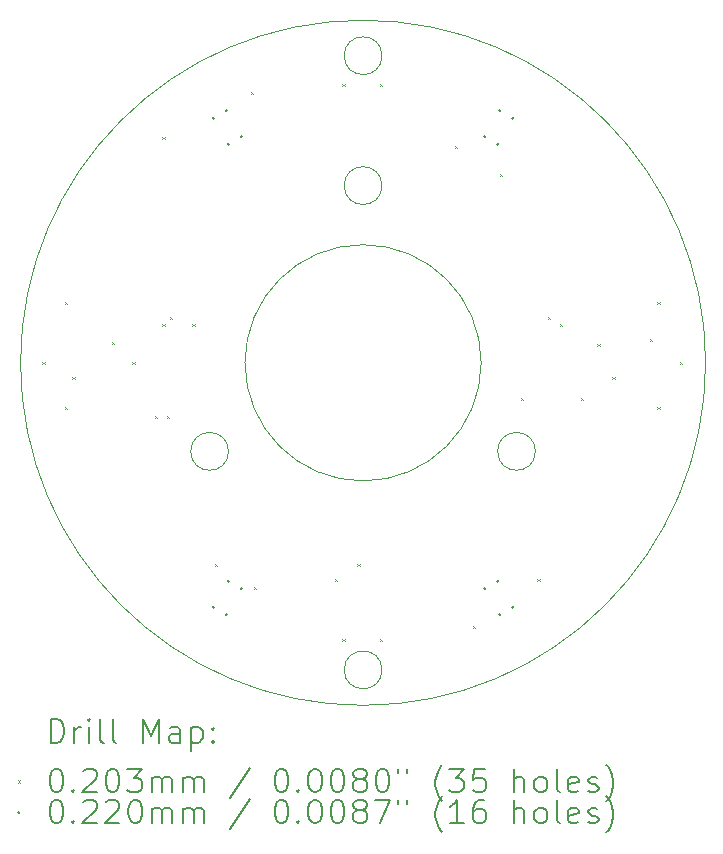
<source format=gbr>
%TF.GenerationSoftware,KiCad,Pcbnew,7.0.5*%
%TF.CreationDate,2023-06-22T13:55:48-04:00*%
%TF.ProjectId,ESP32Sensor-LED_board,45535033-3253-4656-9e73-6f722d4c4544,rev?*%
%TF.SameCoordinates,Original*%
%TF.FileFunction,Drillmap*%
%TF.FilePolarity,Positive*%
%FSLAX45Y45*%
G04 Gerber Fmt 4.5, Leading zero omitted, Abs format (unit mm)*
G04 Created by KiCad (PCBNEW 7.0.5) date 2023-06-22 13:55:48*
%MOMM*%
%LPD*%
G01*
G04 APERTURE LIST*
%ADD10C,0.100000*%
%ADD11C,0.200000*%
%ADD12C,0.020320*%
%ADD13C,0.022030*%
G04 APERTURE END LIST*
D10*
X1000000Y0D02*
G75*
G03*
X1000000Y0I-1000000J0D01*
G01*
X1459038Y-750000D02*
G75*
G03*
X1459038Y-750000I-160000J0D01*
G01*
X160000Y-2600000D02*
G75*
G03*
X160000Y-2600000I-160000J0D01*
G01*
X-1139038Y-750000D02*
G75*
G03*
X-1139038Y-750000I-160000J0D01*
G01*
X160000Y1500000D02*
G75*
G03*
X160000Y1500000I-160000J0D01*
G01*
X2900000Y0D02*
G75*
G03*
X2900000Y0I-2900000J0D01*
G01*
X160000Y2600000D02*
G75*
G03*
X160000Y2600000I-160000J0D01*
G01*
D11*
D12*
X-2715260Y10160D02*
X-2694940Y-10160D01*
X-2694940Y10160D02*
X-2715260Y-10160D01*
X-2524760Y518160D02*
X-2504440Y497840D01*
X-2504440Y518160D02*
X-2524760Y497840D01*
X-2524760Y-370840D02*
X-2504440Y-391160D01*
X-2504440Y-370840D02*
X-2524760Y-391160D01*
X-2461260Y-116840D02*
X-2440940Y-137160D01*
X-2440940Y-116840D02*
X-2461260Y-137160D01*
X-2125024Y178243D02*
X-2104704Y157923D01*
X-2104704Y178243D02*
X-2125024Y157923D01*
X-1953260Y10160D02*
X-1932940Y-10160D01*
X-1932940Y10160D02*
X-1953260Y-10160D01*
X-1762760Y-447040D02*
X-1742440Y-467360D01*
X-1742440Y-447040D02*
X-1762760Y-467360D01*
X-1699260Y1915160D02*
X-1678940Y1894840D01*
X-1678940Y1915160D02*
X-1699260Y1894840D01*
X-1699260Y327660D02*
X-1678940Y307340D01*
X-1678940Y327660D02*
X-1699260Y307340D01*
X-1661160Y-447040D02*
X-1640840Y-467360D01*
X-1640840Y-447040D02*
X-1661160Y-467360D01*
X-1635760Y391160D02*
X-1615440Y370840D01*
X-1615440Y391160D02*
X-1635760Y370840D01*
X-1445260Y327660D02*
X-1424940Y307340D01*
X-1424940Y327660D02*
X-1445260Y307340D01*
X-1254760Y-1704340D02*
X-1234440Y-1724660D01*
X-1234440Y-1704340D02*
X-1254760Y-1724660D01*
X-949960Y2296160D02*
X-929640Y2275840D01*
X-929640Y2296160D02*
X-949960Y2275840D01*
X-924560Y-1894840D02*
X-904240Y-1915160D01*
X-904240Y-1894840D02*
X-924560Y-1915160D01*
X-238760Y-1831340D02*
X-218440Y-1851660D01*
X-218440Y-1831340D02*
X-238760Y-1851660D01*
X-175260Y2359660D02*
X-154940Y2339340D01*
X-154940Y2359660D02*
X-175260Y2339340D01*
X-175260Y-2339340D02*
X-154940Y-2359660D01*
X-154940Y-2339340D02*
X-175260Y-2359660D01*
X-48260Y-1704340D02*
X-27940Y-1724660D01*
X-27940Y-1704340D02*
X-48260Y-1724660D01*
X142240Y2359660D02*
X162560Y2339340D01*
X162560Y2359660D02*
X142240Y2339340D01*
X142240Y-2339340D02*
X162560Y-2359660D01*
X162560Y-2339340D02*
X142240Y-2359660D01*
X777240Y1838960D02*
X797560Y1818640D01*
X797560Y1838960D02*
X777240Y1818640D01*
X929640Y-2225040D02*
X949960Y-2245360D01*
X949960Y-2225040D02*
X929640Y-2245360D01*
X1158240Y1597660D02*
X1178560Y1577340D01*
X1178560Y1597660D02*
X1158240Y1577340D01*
X1336040Y-294640D02*
X1356360Y-314960D01*
X1356360Y-294640D02*
X1336040Y-314960D01*
X1475740Y-1831340D02*
X1496060Y-1851660D01*
X1496060Y-1831340D02*
X1475740Y-1851660D01*
X1564640Y391160D02*
X1584960Y370840D01*
X1584960Y391160D02*
X1564640Y370840D01*
X1666240Y327660D02*
X1686560Y307340D01*
X1686560Y327660D02*
X1666240Y307340D01*
X1844040Y-294640D02*
X1864360Y-314960D01*
X1864360Y-294640D02*
X1844040Y-314960D01*
X1983740Y162560D02*
X2004060Y142240D01*
X2004060Y162560D02*
X1983740Y142240D01*
X2110740Y-116840D02*
X2131060Y-137160D01*
X2131060Y-116840D02*
X2110740Y-137160D01*
X2428240Y200660D02*
X2448560Y180340D01*
X2448560Y200660D02*
X2428240Y180340D01*
X2491740Y518160D02*
X2512060Y497840D01*
X2512060Y518160D02*
X2491740Y497840D01*
X2491740Y-370840D02*
X2512060Y-391160D01*
X2512060Y-370840D02*
X2491740Y-391160D01*
X2682240Y10160D02*
X2702560Y-10160D01*
X2702560Y10160D02*
X2682240Y-10160D01*
D13*
X-1257478Y2070095D02*
G75*
G03*
X-1257478Y2070095I-11015J0D01*
G01*
X-1257478Y-2070095D02*
G75*
G03*
X-1257478Y-2070095I-11015J0D01*
G01*
X-1147492Y2133595D02*
G75*
G03*
X-1147492Y2133595I-11015J0D01*
G01*
X-1147492Y-2133595D02*
G75*
G03*
X-1147492Y-2133595I-11015J0D01*
G01*
X-1130478Y1850125D02*
G75*
G03*
X-1130478Y1850125I-11015J0D01*
G01*
X-1130478Y-1850125D02*
G75*
G03*
X-1130478Y-1850125I-11015J0D01*
G01*
X-1020492Y1913625D02*
G75*
G03*
X-1020492Y1913625I-11015J0D01*
G01*
X-1020492Y-1913625D02*
G75*
G03*
X-1020492Y-1913625I-11015J0D01*
G01*
X1042522Y1913625D02*
G75*
G03*
X1042522Y1913625I-11015J0D01*
G01*
X1042522Y-1913625D02*
G75*
G03*
X1042522Y-1913625I-11015J0D01*
G01*
X1152508Y1850125D02*
G75*
G03*
X1152508Y1850125I-11015J0D01*
G01*
X1152508Y-1850125D02*
G75*
G03*
X1152508Y-1850125I-11015J0D01*
G01*
X1169522Y2133595D02*
G75*
G03*
X1169522Y2133595I-11015J0D01*
G01*
X1169522Y-2133595D02*
G75*
G03*
X1169522Y-2133595I-11015J0D01*
G01*
X1279508Y2070095D02*
G75*
G03*
X1279508Y2070095I-11015J0D01*
G01*
X1279508Y-2070095D02*
G75*
G03*
X1279508Y-2070095I-11015J0D01*
G01*
D11*
X-2644223Y-3216484D02*
X-2644223Y-3016484D01*
X-2644223Y-3016484D02*
X-2596604Y-3016484D01*
X-2596604Y-3016484D02*
X-2568033Y-3026008D01*
X-2568033Y-3026008D02*
X-2548985Y-3045055D01*
X-2548985Y-3045055D02*
X-2539461Y-3064103D01*
X-2539461Y-3064103D02*
X-2529937Y-3102198D01*
X-2529937Y-3102198D02*
X-2529937Y-3130769D01*
X-2529937Y-3130769D02*
X-2539461Y-3168865D01*
X-2539461Y-3168865D02*
X-2548985Y-3187912D01*
X-2548985Y-3187912D02*
X-2568033Y-3206960D01*
X-2568033Y-3206960D02*
X-2596604Y-3216484D01*
X-2596604Y-3216484D02*
X-2644223Y-3216484D01*
X-2444223Y-3216484D02*
X-2444223Y-3083150D01*
X-2444223Y-3121246D02*
X-2434699Y-3102198D01*
X-2434699Y-3102198D02*
X-2425176Y-3092674D01*
X-2425176Y-3092674D02*
X-2406128Y-3083150D01*
X-2406128Y-3083150D02*
X-2387080Y-3083150D01*
X-2320414Y-3216484D02*
X-2320414Y-3083150D01*
X-2320414Y-3016484D02*
X-2329937Y-3026008D01*
X-2329937Y-3026008D02*
X-2320414Y-3035531D01*
X-2320414Y-3035531D02*
X-2310890Y-3026008D01*
X-2310890Y-3026008D02*
X-2320414Y-3016484D01*
X-2320414Y-3016484D02*
X-2320414Y-3035531D01*
X-2196604Y-3216484D02*
X-2215652Y-3206960D01*
X-2215652Y-3206960D02*
X-2225176Y-3187912D01*
X-2225176Y-3187912D02*
X-2225176Y-3016484D01*
X-2091842Y-3216484D02*
X-2110890Y-3206960D01*
X-2110890Y-3206960D02*
X-2120414Y-3187912D01*
X-2120414Y-3187912D02*
X-2120414Y-3016484D01*
X-1863271Y-3216484D02*
X-1863271Y-3016484D01*
X-1863271Y-3016484D02*
X-1796604Y-3159341D01*
X-1796604Y-3159341D02*
X-1729937Y-3016484D01*
X-1729937Y-3016484D02*
X-1729937Y-3216484D01*
X-1548985Y-3216484D02*
X-1548985Y-3111722D01*
X-1548985Y-3111722D02*
X-1558509Y-3092674D01*
X-1558509Y-3092674D02*
X-1577556Y-3083150D01*
X-1577556Y-3083150D02*
X-1615652Y-3083150D01*
X-1615652Y-3083150D02*
X-1634699Y-3092674D01*
X-1548985Y-3206960D02*
X-1568033Y-3216484D01*
X-1568033Y-3216484D02*
X-1615652Y-3216484D01*
X-1615652Y-3216484D02*
X-1634699Y-3206960D01*
X-1634699Y-3206960D02*
X-1644223Y-3187912D01*
X-1644223Y-3187912D02*
X-1644223Y-3168865D01*
X-1644223Y-3168865D02*
X-1634699Y-3149817D01*
X-1634699Y-3149817D02*
X-1615652Y-3140293D01*
X-1615652Y-3140293D02*
X-1568033Y-3140293D01*
X-1568033Y-3140293D02*
X-1548985Y-3130769D01*
X-1453747Y-3083150D02*
X-1453747Y-3283150D01*
X-1453747Y-3092674D02*
X-1434699Y-3083150D01*
X-1434699Y-3083150D02*
X-1396604Y-3083150D01*
X-1396604Y-3083150D02*
X-1377556Y-3092674D01*
X-1377556Y-3092674D02*
X-1368033Y-3102198D01*
X-1368033Y-3102198D02*
X-1358509Y-3121246D01*
X-1358509Y-3121246D02*
X-1358509Y-3178388D01*
X-1358509Y-3178388D02*
X-1368033Y-3197436D01*
X-1368033Y-3197436D02*
X-1377556Y-3206960D01*
X-1377556Y-3206960D02*
X-1396604Y-3216484D01*
X-1396604Y-3216484D02*
X-1434699Y-3216484D01*
X-1434699Y-3216484D02*
X-1453747Y-3206960D01*
X-1272795Y-3197436D02*
X-1263271Y-3206960D01*
X-1263271Y-3206960D02*
X-1272795Y-3216484D01*
X-1272795Y-3216484D02*
X-1282318Y-3206960D01*
X-1282318Y-3206960D02*
X-1272795Y-3197436D01*
X-1272795Y-3197436D02*
X-1272795Y-3216484D01*
X-1272795Y-3092674D02*
X-1263271Y-3102198D01*
X-1263271Y-3102198D02*
X-1272795Y-3111722D01*
X-1272795Y-3111722D02*
X-1282318Y-3102198D01*
X-1282318Y-3102198D02*
X-1272795Y-3092674D01*
X-1272795Y-3092674D02*
X-1272795Y-3111722D01*
D12*
X-2925320Y-3534840D02*
X-2905000Y-3555160D01*
X-2905000Y-3534840D02*
X-2925320Y-3555160D01*
D11*
X-2606128Y-3436484D02*
X-2587080Y-3436484D01*
X-2587080Y-3436484D02*
X-2568033Y-3446008D01*
X-2568033Y-3446008D02*
X-2558509Y-3455531D01*
X-2558509Y-3455531D02*
X-2548985Y-3474579D01*
X-2548985Y-3474579D02*
X-2539461Y-3512674D01*
X-2539461Y-3512674D02*
X-2539461Y-3560293D01*
X-2539461Y-3560293D02*
X-2548985Y-3598388D01*
X-2548985Y-3598388D02*
X-2558509Y-3617436D01*
X-2558509Y-3617436D02*
X-2568033Y-3626960D01*
X-2568033Y-3626960D02*
X-2587080Y-3636484D01*
X-2587080Y-3636484D02*
X-2606128Y-3636484D01*
X-2606128Y-3636484D02*
X-2625176Y-3626960D01*
X-2625176Y-3626960D02*
X-2634699Y-3617436D01*
X-2634699Y-3617436D02*
X-2644223Y-3598388D01*
X-2644223Y-3598388D02*
X-2653747Y-3560293D01*
X-2653747Y-3560293D02*
X-2653747Y-3512674D01*
X-2653747Y-3512674D02*
X-2644223Y-3474579D01*
X-2644223Y-3474579D02*
X-2634699Y-3455531D01*
X-2634699Y-3455531D02*
X-2625176Y-3446008D01*
X-2625176Y-3446008D02*
X-2606128Y-3436484D01*
X-2453747Y-3617436D02*
X-2444223Y-3626960D01*
X-2444223Y-3626960D02*
X-2453747Y-3636484D01*
X-2453747Y-3636484D02*
X-2463271Y-3626960D01*
X-2463271Y-3626960D02*
X-2453747Y-3617436D01*
X-2453747Y-3617436D02*
X-2453747Y-3636484D01*
X-2368033Y-3455531D02*
X-2358509Y-3446008D01*
X-2358509Y-3446008D02*
X-2339461Y-3436484D01*
X-2339461Y-3436484D02*
X-2291842Y-3436484D01*
X-2291842Y-3436484D02*
X-2272795Y-3446008D01*
X-2272795Y-3446008D02*
X-2263271Y-3455531D01*
X-2263271Y-3455531D02*
X-2253747Y-3474579D01*
X-2253747Y-3474579D02*
X-2253747Y-3493627D01*
X-2253747Y-3493627D02*
X-2263271Y-3522198D01*
X-2263271Y-3522198D02*
X-2377556Y-3636484D01*
X-2377556Y-3636484D02*
X-2253747Y-3636484D01*
X-2129937Y-3436484D02*
X-2110890Y-3436484D01*
X-2110890Y-3436484D02*
X-2091842Y-3446008D01*
X-2091842Y-3446008D02*
X-2082318Y-3455531D01*
X-2082318Y-3455531D02*
X-2072794Y-3474579D01*
X-2072794Y-3474579D02*
X-2063271Y-3512674D01*
X-2063271Y-3512674D02*
X-2063271Y-3560293D01*
X-2063271Y-3560293D02*
X-2072794Y-3598388D01*
X-2072794Y-3598388D02*
X-2082318Y-3617436D01*
X-2082318Y-3617436D02*
X-2091842Y-3626960D01*
X-2091842Y-3626960D02*
X-2110890Y-3636484D01*
X-2110890Y-3636484D02*
X-2129937Y-3636484D01*
X-2129937Y-3636484D02*
X-2148985Y-3626960D01*
X-2148985Y-3626960D02*
X-2158509Y-3617436D01*
X-2158509Y-3617436D02*
X-2168033Y-3598388D01*
X-2168033Y-3598388D02*
X-2177556Y-3560293D01*
X-2177556Y-3560293D02*
X-2177556Y-3512674D01*
X-2177556Y-3512674D02*
X-2168033Y-3474579D01*
X-2168033Y-3474579D02*
X-2158509Y-3455531D01*
X-2158509Y-3455531D02*
X-2148985Y-3446008D01*
X-2148985Y-3446008D02*
X-2129937Y-3436484D01*
X-1996604Y-3436484D02*
X-1872794Y-3436484D01*
X-1872794Y-3436484D02*
X-1939461Y-3512674D01*
X-1939461Y-3512674D02*
X-1910890Y-3512674D01*
X-1910890Y-3512674D02*
X-1891842Y-3522198D01*
X-1891842Y-3522198D02*
X-1882318Y-3531722D01*
X-1882318Y-3531722D02*
X-1872794Y-3550769D01*
X-1872794Y-3550769D02*
X-1872794Y-3598388D01*
X-1872794Y-3598388D02*
X-1882318Y-3617436D01*
X-1882318Y-3617436D02*
X-1891842Y-3626960D01*
X-1891842Y-3626960D02*
X-1910890Y-3636484D01*
X-1910890Y-3636484D02*
X-1968033Y-3636484D01*
X-1968033Y-3636484D02*
X-1987080Y-3626960D01*
X-1987080Y-3626960D02*
X-1996604Y-3617436D01*
X-1787080Y-3636484D02*
X-1787080Y-3503150D01*
X-1787080Y-3522198D02*
X-1777556Y-3512674D01*
X-1777556Y-3512674D02*
X-1758509Y-3503150D01*
X-1758509Y-3503150D02*
X-1729937Y-3503150D01*
X-1729937Y-3503150D02*
X-1710890Y-3512674D01*
X-1710890Y-3512674D02*
X-1701366Y-3531722D01*
X-1701366Y-3531722D02*
X-1701366Y-3636484D01*
X-1701366Y-3531722D02*
X-1691842Y-3512674D01*
X-1691842Y-3512674D02*
X-1672794Y-3503150D01*
X-1672794Y-3503150D02*
X-1644223Y-3503150D01*
X-1644223Y-3503150D02*
X-1625175Y-3512674D01*
X-1625175Y-3512674D02*
X-1615652Y-3531722D01*
X-1615652Y-3531722D02*
X-1615652Y-3636484D01*
X-1520413Y-3636484D02*
X-1520413Y-3503150D01*
X-1520413Y-3522198D02*
X-1510890Y-3512674D01*
X-1510890Y-3512674D02*
X-1491842Y-3503150D01*
X-1491842Y-3503150D02*
X-1463271Y-3503150D01*
X-1463271Y-3503150D02*
X-1444223Y-3512674D01*
X-1444223Y-3512674D02*
X-1434699Y-3531722D01*
X-1434699Y-3531722D02*
X-1434699Y-3636484D01*
X-1434699Y-3531722D02*
X-1425175Y-3512674D01*
X-1425175Y-3512674D02*
X-1406128Y-3503150D01*
X-1406128Y-3503150D02*
X-1377556Y-3503150D01*
X-1377556Y-3503150D02*
X-1358509Y-3512674D01*
X-1358509Y-3512674D02*
X-1348985Y-3531722D01*
X-1348985Y-3531722D02*
X-1348985Y-3636484D01*
X-958509Y-3426960D02*
X-1129937Y-3684103D01*
X-701366Y-3436484D02*
X-682318Y-3436484D01*
X-682318Y-3436484D02*
X-663271Y-3446008D01*
X-663271Y-3446008D02*
X-653747Y-3455531D01*
X-653747Y-3455531D02*
X-644223Y-3474579D01*
X-644223Y-3474579D02*
X-634699Y-3512674D01*
X-634699Y-3512674D02*
X-634699Y-3560293D01*
X-634699Y-3560293D02*
X-644223Y-3598388D01*
X-644223Y-3598388D02*
X-653747Y-3617436D01*
X-653747Y-3617436D02*
X-663271Y-3626960D01*
X-663271Y-3626960D02*
X-682318Y-3636484D01*
X-682318Y-3636484D02*
X-701366Y-3636484D01*
X-701366Y-3636484D02*
X-720413Y-3626960D01*
X-720413Y-3626960D02*
X-729937Y-3617436D01*
X-729937Y-3617436D02*
X-739461Y-3598388D01*
X-739461Y-3598388D02*
X-748985Y-3560293D01*
X-748985Y-3560293D02*
X-748985Y-3512674D01*
X-748985Y-3512674D02*
X-739461Y-3474579D01*
X-739461Y-3474579D02*
X-729937Y-3455531D01*
X-729937Y-3455531D02*
X-720413Y-3446008D01*
X-720413Y-3446008D02*
X-701366Y-3436484D01*
X-548985Y-3617436D02*
X-539461Y-3626960D01*
X-539461Y-3626960D02*
X-548985Y-3636484D01*
X-548985Y-3636484D02*
X-558509Y-3626960D01*
X-558509Y-3626960D02*
X-548985Y-3617436D01*
X-548985Y-3617436D02*
X-548985Y-3636484D01*
X-415651Y-3436484D02*
X-396604Y-3436484D01*
X-396604Y-3436484D02*
X-377556Y-3446008D01*
X-377556Y-3446008D02*
X-368032Y-3455531D01*
X-368032Y-3455531D02*
X-358509Y-3474579D01*
X-358509Y-3474579D02*
X-348985Y-3512674D01*
X-348985Y-3512674D02*
X-348985Y-3560293D01*
X-348985Y-3560293D02*
X-358509Y-3598388D01*
X-358509Y-3598388D02*
X-368032Y-3617436D01*
X-368032Y-3617436D02*
X-377556Y-3626960D01*
X-377556Y-3626960D02*
X-396604Y-3636484D01*
X-396604Y-3636484D02*
X-415651Y-3636484D01*
X-415651Y-3636484D02*
X-434699Y-3626960D01*
X-434699Y-3626960D02*
X-444223Y-3617436D01*
X-444223Y-3617436D02*
X-453747Y-3598388D01*
X-453747Y-3598388D02*
X-463270Y-3560293D01*
X-463270Y-3560293D02*
X-463270Y-3512674D01*
X-463270Y-3512674D02*
X-453747Y-3474579D01*
X-453747Y-3474579D02*
X-444223Y-3455531D01*
X-444223Y-3455531D02*
X-434699Y-3446008D01*
X-434699Y-3446008D02*
X-415651Y-3436484D01*
X-225175Y-3436484D02*
X-206128Y-3436484D01*
X-206128Y-3436484D02*
X-187080Y-3446008D01*
X-187080Y-3446008D02*
X-177556Y-3455531D01*
X-177556Y-3455531D02*
X-168032Y-3474579D01*
X-168032Y-3474579D02*
X-158509Y-3512674D01*
X-158509Y-3512674D02*
X-158509Y-3560293D01*
X-158509Y-3560293D02*
X-168032Y-3598388D01*
X-168032Y-3598388D02*
X-177556Y-3617436D01*
X-177556Y-3617436D02*
X-187080Y-3626960D01*
X-187080Y-3626960D02*
X-206128Y-3636484D01*
X-206128Y-3636484D02*
X-225175Y-3636484D01*
X-225175Y-3636484D02*
X-244223Y-3626960D01*
X-244223Y-3626960D02*
X-253747Y-3617436D01*
X-253747Y-3617436D02*
X-263271Y-3598388D01*
X-263271Y-3598388D02*
X-272794Y-3560293D01*
X-272794Y-3560293D02*
X-272794Y-3512674D01*
X-272794Y-3512674D02*
X-263271Y-3474579D01*
X-263271Y-3474579D02*
X-253747Y-3455531D01*
X-253747Y-3455531D02*
X-244223Y-3446008D01*
X-244223Y-3446008D02*
X-225175Y-3436484D01*
X-44223Y-3522198D02*
X-63270Y-3512674D01*
X-63270Y-3512674D02*
X-72794Y-3503150D01*
X-72794Y-3503150D02*
X-82318Y-3484103D01*
X-82318Y-3484103D02*
X-82318Y-3474579D01*
X-82318Y-3474579D02*
X-72794Y-3455531D01*
X-72794Y-3455531D02*
X-63270Y-3446008D01*
X-63270Y-3446008D02*
X-44223Y-3436484D01*
X-44223Y-3436484D02*
X-6128Y-3436484D01*
X-6128Y-3436484D02*
X12920Y-3446008D01*
X12920Y-3446008D02*
X22444Y-3455531D01*
X22444Y-3455531D02*
X31967Y-3474579D01*
X31967Y-3474579D02*
X31967Y-3484103D01*
X31967Y-3484103D02*
X22444Y-3503150D01*
X22444Y-3503150D02*
X12920Y-3512674D01*
X12920Y-3512674D02*
X-6128Y-3522198D01*
X-6128Y-3522198D02*
X-44223Y-3522198D01*
X-44223Y-3522198D02*
X-63270Y-3531722D01*
X-63270Y-3531722D02*
X-72794Y-3541246D01*
X-72794Y-3541246D02*
X-82318Y-3560293D01*
X-82318Y-3560293D02*
X-82318Y-3598388D01*
X-82318Y-3598388D02*
X-72794Y-3617436D01*
X-72794Y-3617436D02*
X-63270Y-3626960D01*
X-63270Y-3626960D02*
X-44223Y-3636484D01*
X-44223Y-3636484D02*
X-6128Y-3636484D01*
X-6128Y-3636484D02*
X12920Y-3626960D01*
X12920Y-3626960D02*
X22444Y-3617436D01*
X22444Y-3617436D02*
X31967Y-3598388D01*
X31967Y-3598388D02*
X31967Y-3560293D01*
X31967Y-3560293D02*
X22444Y-3541246D01*
X22444Y-3541246D02*
X12920Y-3531722D01*
X12920Y-3531722D02*
X-6128Y-3522198D01*
X155777Y-3436484D02*
X174825Y-3436484D01*
X174825Y-3436484D02*
X193872Y-3446008D01*
X193872Y-3446008D02*
X203396Y-3455531D01*
X203396Y-3455531D02*
X212920Y-3474579D01*
X212920Y-3474579D02*
X222444Y-3512674D01*
X222444Y-3512674D02*
X222444Y-3560293D01*
X222444Y-3560293D02*
X212920Y-3598388D01*
X212920Y-3598388D02*
X203396Y-3617436D01*
X203396Y-3617436D02*
X193872Y-3626960D01*
X193872Y-3626960D02*
X174825Y-3636484D01*
X174825Y-3636484D02*
X155777Y-3636484D01*
X155777Y-3636484D02*
X136729Y-3626960D01*
X136729Y-3626960D02*
X127206Y-3617436D01*
X127206Y-3617436D02*
X117682Y-3598388D01*
X117682Y-3598388D02*
X108158Y-3560293D01*
X108158Y-3560293D02*
X108158Y-3512674D01*
X108158Y-3512674D02*
X117682Y-3474579D01*
X117682Y-3474579D02*
X127206Y-3455531D01*
X127206Y-3455531D02*
X136729Y-3446008D01*
X136729Y-3446008D02*
X155777Y-3436484D01*
X298634Y-3436484D02*
X298634Y-3474579D01*
X374825Y-3436484D02*
X374825Y-3474579D01*
X670063Y-3712674D02*
X660539Y-3703150D01*
X660539Y-3703150D02*
X641491Y-3674579D01*
X641491Y-3674579D02*
X631968Y-3655531D01*
X631968Y-3655531D02*
X622444Y-3626960D01*
X622444Y-3626960D02*
X612920Y-3579341D01*
X612920Y-3579341D02*
X612920Y-3541246D01*
X612920Y-3541246D02*
X622444Y-3493627D01*
X622444Y-3493627D02*
X631968Y-3465055D01*
X631968Y-3465055D02*
X641491Y-3446008D01*
X641491Y-3446008D02*
X660539Y-3417436D01*
X660539Y-3417436D02*
X670063Y-3407912D01*
X727206Y-3436484D02*
X851015Y-3436484D01*
X851015Y-3436484D02*
X784348Y-3512674D01*
X784348Y-3512674D02*
X812920Y-3512674D01*
X812920Y-3512674D02*
X831968Y-3522198D01*
X831968Y-3522198D02*
X841491Y-3531722D01*
X841491Y-3531722D02*
X851015Y-3550769D01*
X851015Y-3550769D02*
X851015Y-3598388D01*
X851015Y-3598388D02*
X841491Y-3617436D01*
X841491Y-3617436D02*
X831968Y-3626960D01*
X831968Y-3626960D02*
X812920Y-3636484D01*
X812920Y-3636484D02*
X755777Y-3636484D01*
X755777Y-3636484D02*
X736729Y-3626960D01*
X736729Y-3626960D02*
X727206Y-3617436D01*
X1031968Y-3436484D02*
X936729Y-3436484D01*
X936729Y-3436484D02*
X927206Y-3531722D01*
X927206Y-3531722D02*
X936729Y-3522198D01*
X936729Y-3522198D02*
X955777Y-3512674D01*
X955777Y-3512674D02*
X1003396Y-3512674D01*
X1003396Y-3512674D02*
X1022444Y-3522198D01*
X1022444Y-3522198D02*
X1031968Y-3531722D01*
X1031968Y-3531722D02*
X1041491Y-3550769D01*
X1041491Y-3550769D02*
X1041491Y-3598388D01*
X1041491Y-3598388D02*
X1031968Y-3617436D01*
X1031968Y-3617436D02*
X1022444Y-3626960D01*
X1022444Y-3626960D02*
X1003396Y-3636484D01*
X1003396Y-3636484D02*
X955777Y-3636484D01*
X955777Y-3636484D02*
X936729Y-3626960D01*
X936729Y-3626960D02*
X927206Y-3617436D01*
X1279587Y-3636484D02*
X1279587Y-3436484D01*
X1365301Y-3636484D02*
X1365301Y-3531722D01*
X1365301Y-3531722D02*
X1355777Y-3512674D01*
X1355777Y-3512674D02*
X1336730Y-3503150D01*
X1336730Y-3503150D02*
X1308158Y-3503150D01*
X1308158Y-3503150D02*
X1289111Y-3512674D01*
X1289111Y-3512674D02*
X1279587Y-3522198D01*
X1489110Y-3636484D02*
X1470063Y-3626960D01*
X1470063Y-3626960D02*
X1460539Y-3617436D01*
X1460539Y-3617436D02*
X1451015Y-3598388D01*
X1451015Y-3598388D02*
X1451015Y-3541246D01*
X1451015Y-3541246D02*
X1460539Y-3522198D01*
X1460539Y-3522198D02*
X1470063Y-3512674D01*
X1470063Y-3512674D02*
X1489110Y-3503150D01*
X1489110Y-3503150D02*
X1517682Y-3503150D01*
X1517682Y-3503150D02*
X1536730Y-3512674D01*
X1536730Y-3512674D02*
X1546253Y-3522198D01*
X1546253Y-3522198D02*
X1555777Y-3541246D01*
X1555777Y-3541246D02*
X1555777Y-3598388D01*
X1555777Y-3598388D02*
X1546253Y-3617436D01*
X1546253Y-3617436D02*
X1536730Y-3626960D01*
X1536730Y-3626960D02*
X1517682Y-3636484D01*
X1517682Y-3636484D02*
X1489110Y-3636484D01*
X1670063Y-3636484D02*
X1651015Y-3626960D01*
X1651015Y-3626960D02*
X1641491Y-3607912D01*
X1641491Y-3607912D02*
X1641491Y-3436484D01*
X1822444Y-3626960D02*
X1803396Y-3636484D01*
X1803396Y-3636484D02*
X1765301Y-3636484D01*
X1765301Y-3636484D02*
X1746253Y-3626960D01*
X1746253Y-3626960D02*
X1736730Y-3607912D01*
X1736730Y-3607912D02*
X1736730Y-3531722D01*
X1736730Y-3531722D02*
X1746253Y-3512674D01*
X1746253Y-3512674D02*
X1765301Y-3503150D01*
X1765301Y-3503150D02*
X1803396Y-3503150D01*
X1803396Y-3503150D02*
X1822444Y-3512674D01*
X1822444Y-3512674D02*
X1831968Y-3531722D01*
X1831968Y-3531722D02*
X1831968Y-3550769D01*
X1831968Y-3550769D02*
X1736730Y-3569817D01*
X1908158Y-3626960D02*
X1927206Y-3636484D01*
X1927206Y-3636484D02*
X1965301Y-3636484D01*
X1965301Y-3636484D02*
X1984349Y-3626960D01*
X1984349Y-3626960D02*
X1993872Y-3607912D01*
X1993872Y-3607912D02*
X1993872Y-3598388D01*
X1993872Y-3598388D02*
X1984349Y-3579341D01*
X1984349Y-3579341D02*
X1965301Y-3569817D01*
X1965301Y-3569817D02*
X1936730Y-3569817D01*
X1936730Y-3569817D02*
X1917682Y-3560293D01*
X1917682Y-3560293D02*
X1908158Y-3541246D01*
X1908158Y-3541246D02*
X1908158Y-3531722D01*
X1908158Y-3531722D02*
X1917682Y-3512674D01*
X1917682Y-3512674D02*
X1936730Y-3503150D01*
X1936730Y-3503150D02*
X1965301Y-3503150D01*
X1965301Y-3503150D02*
X1984349Y-3512674D01*
X2060539Y-3712674D02*
X2070063Y-3703150D01*
X2070063Y-3703150D02*
X2089111Y-3674579D01*
X2089111Y-3674579D02*
X2098634Y-3655531D01*
X2098634Y-3655531D02*
X2108158Y-3626960D01*
X2108158Y-3626960D02*
X2117682Y-3579341D01*
X2117682Y-3579341D02*
X2117682Y-3541246D01*
X2117682Y-3541246D02*
X2108158Y-3493627D01*
X2108158Y-3493627D02*
X2098634Y-3465055D01*
X2098634Y-3465055D02*
X2089111Y-3446008D01*
X2089111Y-3446008D02*
X2070063Y-3417436D01*
X2070063Y-3417436D02*
X2060539Y-3407912D01*
D13*
X-2905000Y-3809000D02*
G75*
G03*
X-2905000Y-3809000I-11015J0D01*
G01*
D11*
X-2606128Y-3700484D02*
X-2587080Y-3700484D01*
X-2587080Y-3700484D02*
X-2568033Y-3710008D01*
X-2568033Y-3710008D02*
X-2558509Y-3719531D01*
X-2558509Y-3719531D02*
X-2548985Y-3738579D01*
X-2548985Y-3738579D02*
X-2539461Y-3776674D01*
X-2539461Y-3776674D02*
X-2539461Y-3824293D01*
X-2539461Y-3824293D02*
X-2548985Y-3862388D01*
X-2548985Y-3862388D02*
X-2558509Y-3881436D01*
X-2558509Y-3881436D02*
X-2568033Y-3890960D01*
X-2568033Y-3890960D02*
X-2587080Y-3900484D01*
X-2587080Y-3900484D02*
X-2606128Y-3900484D01*
X-2606128Y-3900484D02*
X-2625176Y-3890960D01*
X-2625176Y-3890960D02*
X-2634699Y-3881436D01*
X-2634699Y-3881436D02*
X-2644223Y-3862388D01*
X-2644223Y-3862388D02*
X-2653747Y-3824293D01*
X-2653747Y-3824293D02*
X-2653747Y-3776674D01*
X-2653747Y-3776674D02*
X-2644223Y-3738579D01*
X-2644223Y-3738579D02*
X-2634699Y-3719531D01*
X-2634699Y-3719531D02*
X-2625176Y-3710008D01*
X-2625176Y-3710008D02*
X-2606128Y-3700484D01*
X-2453747Y-3881436D02*
X-2444223Y-3890960D01*
X-2444223Y-3890960D02*
X-2453747Y-3900484D01*
X-2453747Y-3900484D02*
X-2463271Y-3890960D01*
X-2463271Y-3890960D02*
X-2453747Y-3881436D01*
X-2453747Y-3881436D02*
X-2453747Y-3900484D01*
X-2368033Y-3719531D02*
X-2358509Y-3710008D01*
X-2358509Y-3710008D02*
X-2339461Y-3700484D01*
X-2339461Y-3700484D02*
X-2291842Y-3700484D01*
X-2291842Y-3700484D02*
X-2272795Y-3710008D01*
X-2272795Y-3710008D02*
X-2263271Y-3719531D01*
X-2263271Y-3719531D02*
X-2253747Y-3738579D01*
X-2253747Y-3738579D02*
X-2253747Y-3757627D01*
X-2253747Y-3757627D02*
X-2263271Y-3786198D01*
X-2263271Y-3786198D02*
X-2377556Y-3900484D01*
X-2377556Y-3900484D02*
X-2253747Y-3900484D01*
X-2177556Y-3719531D02*
X-2168033Y-3710008D01*
X-2168033Y-3710008D02*
X-2148985Y-3700484D01*
X-2148985Y-3700484D02*
X-2101366Y-3700484D01*
X-2101366Y-3700484D02*
X-2082318Y-3710008D01*
X-2082318Y-3710008D02*
X-2072794Y-3719531D01*
X-2072794Y-3719531D02*
X-2063271Y-3738579D01*
X-2063271Y-3738579D02*
X-2063271Y-3757627D01*
X-2063271Y-3757627D02*
X-2072794Y-3786198D01*
X-2072794Y-3786198D02*
X-2187080Y-3900484D01*
X-2187080Y-3900484D02*
X-2063271Y-3900484D01*
X-1939461Y-3700484D02*
X-1920413Y-3700484D01*
X-1920413Y-3700484D02*
X-1901366Y-3710008D01*
X-1901366Y-3710008D02*
X-1891842Y-3719531D01*
X-1891842Y-3719531D02*
X-1882318Y-3738579D01*
X-1882318Y-3738579D02*
X-1872794Y-3776674D01*
X-1872794Y-3776674D02*
X-1872794Y-3824293D01*
X-1872794Y-3824293D02*
X-1882318Y-3862388D01*
X-1882318Y-3862388D02*
X-1891842Y-3881436D01*
X-1891842Y-3881436D02*
X-1901366Y-3890960D01*
X-1901366Y-3890960D02*
X-1920413Y-3900484D01*
X-1920413Y-3900484D02*
X-1939461Y-3900484D01*
X-1939461Y-3900484D02*
X-1958509Y-3890960D01*
X-1958509Y-3890960D02*
X-1968033Y-3881436D01*
X-1968033Y-3881436D02*
X-1977556Y-3862388D01*
X-1977556Y-3862388D02*
X-1987080Y-3824293D01*
X-1987080Y-3824293D02*
X-1987080Y-3776674D01*
X-1987080Y-3776674D02*
X-1977556Y-3738579D01*
X-1977556Y-3738579D02*
X-1968033Y-3719531D01*
X-1968033Y-3719531D02*
X-1958509Y-3710008D01*
X-1958509Y-3710008D02*
X-1939461Y-3700484D01*
X-1787080Y-3900484D02*
X-1787080Y-3767150D01*
X-1787080Y-3786198D02*
X-1777556Y-3776674D01*
X-1777556Y-3776674D02*
X-1758509Y-3767150D01*
X-1758509Y-3767150D02*
X-1729937Y-3767150D01*
X-1729937Y-3767150D02*
X-1710890Y-3776674D01*
X-1710890Y-3776674D02*
X-1701366Y-3795722D01*
X-1701366Y-3795722D02*
X-1701366Y-3900484D01*
X-1701366Y-3795722D02*
X-1691842Y-3776674D01*
X-1691842Y-3776674D02*
X-1672794Y-3767150D01*
X-1672794Y-3767150D02*
X-1644223Y-3767150D01*
X-1644223Y-3767150D02*
X-1625175Y-3776674D01*
X-1625175Y-3776674D02*
X-1615652Y-3795722D01*
X-1615652Y-3795722D02*
X-1615652Y-3900484D01*
X-1520413Y-3900484D02*
X-1520413Y-3767150D01*
X-1520413Y-3786198D02*
X-1510890Y-3776674D01*
X-1510890Y-3776674D02*
X-1491842Y-3767150D01*
X-1491842Y-3767150D02*
X-1463271Y-3767150D01*
X-1463271Y-3767150D02*
X-1444223Y-3776674D01*
X-1444223Y-3776674D02*
X-1434699Y-3795722D01*
X-1434699Y-3795722D02*
X-1434699Y-3900484D01*
X-1434699Y-3795722D02*
X-1425175Y-3776674D01*
X-1425175Y-3776674D02*
X-1406128Y-3767150D01*
X-1406128Y-3767150D02*
X-1377556Y-3767150D01*
X-1377556Y-3767150D02*
X-1358509Y-3776674D01*
X-1358509Y-3776674D02*
X-1348985Y-3795722D01*
X-1348985Y-3795722D02*
X-1348985Y-3900484D01*
X-958509Y-3690960D02*
X-1129937Y-3948103D01*
X-701366Y-3700484D02*
X-682318Y-3700484D01*
X-682318Y-3700484D02*
X-663271Y-3710008D01*
X-663271Y-3710008D02*
X-653747Y-3719531D01*
X-653747Y-3719531D02*
X-644223Y-3738579D01*
X-644223Y-3738579D02*
X-634699Y-3776674D01*
X-634699Y-3776674D02*
X-634699Y-3824293D01*
X-634699Y-3824293D02*
X-644223Y-3862388D01*
X-644223Y-3862388D02*
X-653747Y-3881436D01*
X-653747Y-3881436D02*
X-663271Y-3890960D01*
X-663271Y-3890960D02*
X-682318Y-3900484D01*
X-682318Y-3900484D02*
X-701366Y-3900484D01*
X-701366Y-3900484D02*
X-720413Y-3890960D01*
X-720413Y-3890960D02*
X-729937Y-3881436D01*
X-729937Y-3881436D02*
X-739461Y-3862388D01*
X-739461Y-3862388D02*
X-748985Y-3824293D01*
X-748985Y-3824293D02*
X-748985Y-3776674D01*
X-748985Y-3776674D02*
X-739461Y-3738579D01*
X-739461Y-3738579D02*
X-729937Y-3719531D01*
X-729937Y-3719531D02*
X-720413Y-3710008D01*
X-720413Y-3710008D02*
X-701366Y-3700484D01*
X-548985Y-3881436D02*
X-539461Y-3890960D01*
X-539461Y-3890960D02*
X-548985Y-3900484D01*
X-548985Y-3900484D02*
X-558509Y-3890960D01*
X-558509Y-3890960D02*
X-548985Y-3881436D01*
X-548985Y-3881436D02*
X-548985Y-3900484D01*
X-415651Y-3700484D02*
X-396604Y-3700484D01*
X-396604Y-3700484D02*
X-377556Y-3710008D01*
X-377556Y-3710008D02*
X-368032Y-3719531D01*
X-368032Y-3719531D02*
X-358509Y-3738579D01*
X-358509Y-3738579D02*
X-348985Y-3776674D01*
X-348985Y-3776674D02*
X-348985Y-3824293D01*
X-348985Y-3824293D02*
X-358509Y-3862388D01*
X-358509Y-3862388D02*
X-368032Y-3881436D01*
X-368032Y-3881436D02*
X-377556Y-3890960D01*
X-377556Y-3890960D02*
X-396604Y-3900484D01*
X-396604Y-3900484D02*
X-415651Y-3900484D01*
X-415651Y-3900484D02*
X-434699Y-3890960D01*
X-434699Y-3890960D02*
X-444223Y-3881436D01*
X-444223Y-3881436D02*
X-453747Y-3862388D01*
X-453747Y-3862388D02*
X-463270Y-3824293D01*
X-463270Y-3824293D02*
X-463270Y-3776674D01*
X-463270Y-3776674D02*
X-453747Y-3738579D01*
X-453747Y-3738579D02*
X-444223Y-3719531D01*
X-444223Y-3719531D02*
X-434699Y-3710008D01*
X-434699Y-3710008D02*
X-415651Y-3700484D01*
X-225175Y-3700484D02*
X-206128Y-3700484D01*
X-206128Y-3700484D02*
X-187080Y-3710008D01*
X-187080Y-3710008D02*
X-177556Y-3719531D01*
X-177556Y-3719531D02*
X-168032Y-3738579D01*
X-168032Y-3738579D02*
X-158509Y-3776674D01*
X-158509Y-3776674D02*
X-158509Y-3824293D01*
X-158509Y-3824293D02*
X-168032Y-3862388D01*
X-168032Y-3862388D02*
X-177556Y-3881436D01*
X-177556Y-3881436D02*
X-187080Y-3890960D01*
X-187080Y-3890960D02*
X-206128Y-3900484D01*
X-206128Y-3900484D02*
X-225175Y-3900484D01*
X-225175Y-3900484D02*
X-244223Y-3890960D01*
X-244223Y-3890960D02*
X-253747Y-3881436D01*
X-253747Y-3881436D02*
X-263271Y-3862388D01*
X-263271Y-3862388D02*
X-272794Y-3824293D01*
X-272794Y-3824293D02*
X-272794Y-3776674D01*
X-272794Y-3776674D02*
X-263271Y-3738579D01*
X-263271Y-3738579D02*
X-253747Y-3719531D01*
X-253747Y-3719531D02*
X-244223Y-3710008D01*
X-244223Y-3710008D02*
X-225175Y-3700484D01*
X-44223Y-3786198D02*
X-63270Y-3776674D01*
X-63270Y-3776674D02*
X-72794Y-3767150D01*
X-72794Y-3767150D02*
X-82318Y-3748103D01*
X-82318Y-3748103D02*
X-82318Y-3738579D01*
X-82318Y-3738579D02*
X-72794Y-3719531D01*
X-72794Y-3719531D02*
X-63270Y-3710008D01*
X-63270Y-3710008D02*
X-44223Y-3700484D01*
X-44223Y-3700484D02*
X-6128Y-3700484D01*
X-6128Y-3700484D02*
X12920Y-3710008D01*
X12920Y-3710008D02*
X22444Y-3719531D01*
X22444Y-3719531D02*
X31967Y-3738579D01*
X31967Y-3738579D02*
X31967Y-3748103D01*
X31967Y-3748103D02*
X22444Y-3767150D01*
X22444Y-3767150D02*
X12920Y-3776674D01*
X12920Y-3776674D02*
X-6128Y-3786198D01*
X-6128Y-3786198D02*
X-44223Y-3786198D01*
X-44223Y-3786198D02*
X-63270Y-3795722D01*
X-63270Y-3795722D02*
X-72794Y-3805246D01*
X-72794Y-3805246D02*
X-82318Y-3824293D01*
X-82318Y-3824293D02*
X-82318Y-3862388D01*
X-82318Y-3862388D02*
X-72794Y-3881436D01*
X-72794Y-3881436D02*
X-63270Y-3890960D01*
X-63270Y-3890960D02*
X-44223Y-3900484D01*
X-44223Y-3900484D02*
X-6128Y-3900484D01*
X-6128Y-3900484D02*
X12920Y-3890960D01*
X12920Y-3890960D02*
X22444Y-3881436D01*
X22444Y-3881436D02*
X31967Y-3862388D01*
X31967Y-3862388D02*
X31967Y-3824293D01*
X31967Y-3824293D02*
X22444Y-3805246D01*
X22444Y-3805246D02*
X12920Y-3795722D01*
X12920Y-3795722D02*
X-6128Y-3786198D01*
X98634Y-3700484D02*
X231967Y-3700484D01*
X231967Y-3700484D02*
X146253Y-3900484D01*
X298634Y-3700484D02*
X298634Y-3738579D01*
X374825Y-3700484D02*
X374825Y-3738579D01*
X670063Y-3976674D02*
X660539Y-3967150D01*
X660539Y-3967150D02*
X641491Y-3938579D01*
X641491Y-3938579D02*
X631968Y-3919531D01*
X631968Y-3919531D02*
X622444Y-3890960D01*
X622444Y-3890960D02*
X612920Y-3843341D01*
X612920Y-3843341D02*
X612920Y-3805246D01*
X612920Y-3805246D02*
X622444Y-3757627D01*
X622444Y-3757627D02*
X631968Y-3729055D01*
X631968Y-3729055D02*
X641491Y-3710008D01*
X641491Y-3710008D02*
X660539Y-3681436D01*
X660539Y-3681436D02*
X670063Y-3671912D01*
X851015Y-3900484D02*
X736729Y-3900484D01*
X793872Y-3900484D02*
X793872Y-3700484D01*
X793872Y-3700484D02*
X774825Y-3729055D01*
X774825Y-3729055D02*
X755777Y-3748103D01*
X755777Y-3748103D02*
X736729Y-3757627D01*
X1022444Y-3700484D02*
X984348Y-3700484D01*
X984348Y-3700484D02*
X965301Y-3710008D01*
X965301Y-3710008D02*
X955777Y-3719531D01*
X955777Y-3719531D02*
X936729Y-3748103D01*
X936729Y-3748103D02*
X927206Y-3786198D01*
X927206Y-3786198D02*
X927206Y-3862388D01*
X927206Y-3862388D02*
X936729Y-3881436D01*
X936729Y-3881436D02*
X946253Y-3890960D01*
X946253Y-3890960D02*
X965301Y-3900484D01*
X965301Y-3900484D02*
X1003396Y-3900484D01*
X1003396Y-3900484D02*
X1022444Y-3890960D01*
X1022444Y-3890960D02*
X1031968Y-3881436D01*
X1031968Y-3881436D02*
X1041491Y-3862388D01*
X1041491Y-3862388D02*
X1041491Y-3814769D01*
X1041491Y-3814769D02*
X1031968Y-3795722D01*
X1031968Y-3795722D02*
X1022444Y-3786198D01*
X1022444Y-3786198D02*
X1003396Y-3776674D01*
X1003396Y-3776674D02*
X965301Y-3776674D01*
X965301Y-3776674D02*
X946253Y-3786198D01*
X946253Y-3786198D02*
X936729Y-3795722D01*
X936729Y-3795722D02*
X927206Y-3814769D01*
X1279587Y-3900484D02*
X1279587Y-3700484D01*
X1365301Y-3900484D02*
X1365301Y-3795722D01*
X1365301Y-3795722D02*
X1355777Y-3776674D01*
X1355777Y-3776674D02*
X1336730Y-3767150D01*
X1336730Y-3767150D02*
X1308158Y-3767150D01*
X1308158Y-3767150D02*
X1289111Y-3776674D01*
X1289111Y-3776674D02*
X1279587Y-3786198D01*
X1489110Y-3900484D02*
X1470063Y-3890960D01*
X1470063Y-3890960D02*
X1460539Y-3881436D01*
X1460539Y-3881436D02*
X1451015Y-3862388D01*
X1451015Y-3862388D02*
X1451015Y-3805246D01*
X1451015Y-3805246D02*
X1460539Y-3786198D01*
X1460539Y-3786198D02*
X1470063Y-3776674D01*
X1470063Y-3776674D02*
X1489110Y-3767150D01*
X1489110Y-3767150D02*
X1517682Y-3767150D01*
X1517682Y-3767150D02*
X1536730Y-3776674D01*
X1536730Y-3776674D02*
X1546253Y-3786198D01*
X1546253Y-3786198D02*
X1555777Y-3805246D01*
X1555777Y-3805246D02*
X1555777Y-3862388D01*
X1555777Y-3862388D02*
X1546253Y-3881436D01*
X1546253Y-3881436D02*
X1536730Y-3890960D01*
X1536730Y-3890960D02*
X1517682Y-3900484D01*
X1517682Y-3900484D02*
X1489110Y-3900484D01*
X1670063Y-3900484D02*
X1651015Y-3890960D01*
X1651015Y-3890960D02*
X1641491Y-3871912D01*
X1641491Y-3871912D02*
X1641491Y-3700484D01*
X1822444Y-3890960D02*
X1803396Y-3900484D01*
X1803396Y-3900484D02*
X1765301Y-3900484D01*
X1765301Y-3900484D02*
X1746253Y-3890960D01*
X1746253Y-3890960D02*
X1736730Y-3871912D01*
X1736730Y-3871912D02*
X1736730Y-3795722D01*
X1736730Y-3795722D02*
X1746253Y-3776674D01*
X1746253Y-3776674D02*
X1765301Y-3767150D01*
X1765301Y-3767150D02*
X1803396Y-3767150D01*
X1803396Y-3767150D02*
X1822444Y-3776674D01*
X1822444Y-3776674D02*
X1831968Y-3795722D01*
X1831968Y-3795722D02*
X1831968Y-3814769D01*
X1831968Y-3814769D02*
X1736730Y-3833817D01*
X1908158Y-3890960D02*
X1927206Y-3900484D01*
X1927206Y-3900484D02*
X1965301Y-3900484D01*
X1965301Y-3900484D02*
X1984349Y-3890960D01*
X1984349Y-3890960D02*
X1993872Y-3871912D01*
X1993872Y-3871912D02*
X1993872Y-3862388D01*
X1993872Y-3862388D02*
X1984349Y-3843341D01*
X1984349Y-3843341D02*
X1965301Y-3833817D01*
X1965301Y-3833817D02*
X1936730Y-3833817D01*
X1936730Y-3833817D02*
X1917682Y-3824293D01*
X1917682Y-3824293D02*
X1908158Y-3805246D01*
X1908158Y-3805246D02*
X1908158Y-3795722D01*
X1908158Y-3795722D02*
X1917682Y-3776674D01*
X1917682Y-3776674D02*
X1936730Y-3767150D01*
X1936730Y-3767150D02*
X1965301Y-3767150D01*
X1965301Y-3767150D02*
X1984349Y-3776674D01*
X2060539Y-3976674D02*
X2070063Y-3967150D01*
X2070063Y-3967150D02*
X2089111Y-3938579D01*
X2089111Y-3938579D02*
X2098634Y-3919531D01*
X2098634Y-3919531D02*
X2108158Y-3890960D01*
X2108158Y-3890960D02*
X2117682Y-3843341D01*
X2117682Y-3843341D02*
X2117682Y-3805246D01*
X2117682Y-3805246D02*
X2108158Y-3757627D01*
X2108158Y-3757627D02*
X2098634Y-3729055D01*
X2098634Y-3729055D02*
X2089111Y-3710008D01*
X2089111Y-3710008D02*
X2070063Y-3681436D01*
X2070063Y-3681436D02*
X2060539Y-3671912D01*
M02*

</source>
